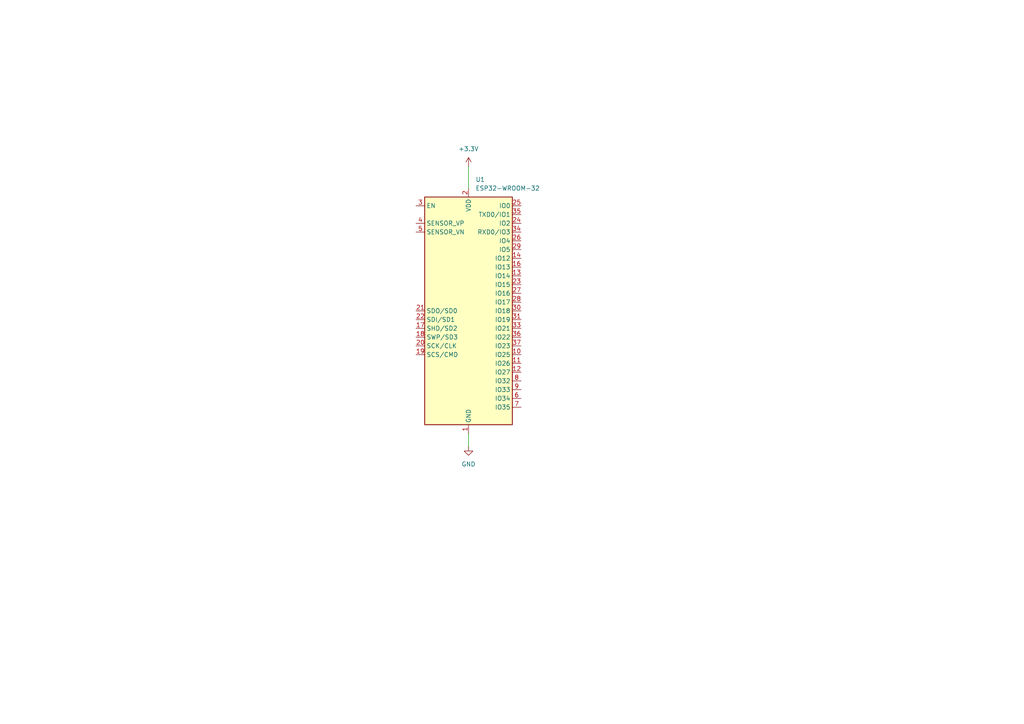
<source format=kicad_sch>
(kicad_sch (version 20211123) (generator eeschema)
  (paper "A4")
  (lib_symbols
    (symbol "RF_Module:ESP32-WROOM-32"
      (property "Reference" "U" (at -12.7 34.29 0))
      (property "Value" "ESP32-WROOM-32" (at 1.27 34.29 0))
      (symbol "ESP32-WROOM-32_0_1"
        (rectangle (start -12.7 33.02) (end 12.7 -33.02) (stroke (width 0.254)) (fill (type background)))
      )
      (symbol "ESP32-WROOM-32_1_1"
        (pin power_in line (at 0 -35.56 90) (length 2.54) (name "GND") (number "1"))
        (pin bidirectional line (at 15.24 -12.7 180) (length 2.54) (name "IO25") (number "10"))
        (pin bidirectional line (at 15.24 -15.24 180) (length 2.54) (name "IO26") (number "11"))
        (pin bidirectional line (at 15.24 -17.78 180) (length 2.54) (name "IO27") (number "12"))
        (pin bidirectional line (at 15.24 10.16 180) (length 2.54) (name "IO14") (number "13"))
        (pin bidirectional line (at 15.24 15.24 180) (length 2.54) (name "IO12") (number "14"))
        (pin passive line (at 0 -35.56 90) (length 2.54) hide (name "GND") (number "15"))
        (pin bidirectional line (at 15.24 12.7 180) (length 2.54) (name "IO13") (number "16"))
        (pin bidirectional line (at -15.24 -5.08 0) (length 2.54) (name "SHD/SD2") (number "17"))
        (pin bidirectional line (at -15.24 -7.62 0) (length 2.54) (name "SWP/SD3") (number "18"))
        (pin bidirectional line (at -15.24 -12.7 0) (length 2.54) (name "SCS/CMD") (number "19"))
        (pin power_in line (at 0 35.56 270) (length 2.54) (name "VDD") (number "2"))
        (pin bidirectional line (at -15.24 -10.16 0) (length 2.54) (name "SCK/CLK") (number "20"))
        (pin bidirectional line (at -15.24 0 0) (length 2.54) (name "SDO/SD0") (number "21"))
        (pin bidirectional line (at -15.24 -2.54 0) (length 2.54) (name "SDI/SD1") (number "22"))
        (pin bidirectional line (at 15.24 7.62 180) (length 2.54) (name "IO15") (number "23"))
        (pin bidirectional line (at 15.24 25.4 180) (length 2.54) (name "IO2") (number "24"))
        (pin bidirectional line (at 15.24 30.48 180) (length 2.54) (name "IO0") (number "25"))
        (pin bidirectional line (at 15.24 20.32 180) (length 2.54) (name "IO4") (number "26"))
        (pin bidirectional line (at 15.24 5.08 180) (length 2.54) (name "IO16") (number "27"))
        (pin bidirectional line (at 15.24 2.54 180) (length 2.54) (name "IO17") (number "28"))
        (pin bidirectional line (at 15.24 17.78 180) (length 2.54) (name "IO5") (number "29"))
        (pin input line (at -15.24 30.48 0) (length 2.54) (name "EN") (number "3"))
        (pin bidirectional line (at 15.24 0 180) (length 2.54) (name "IO18") (number "30"))
        (pin bidirectional line (at 15.24 -2.54 180) (length 2.54) (name "IO19") (number "31"))
        (pin no_connect line (at -12.7 -27.94 0) (length 2.54) hide (name "NC") (number "32"))
        (pin bidirectional line (at 15.24 -5.08 180) (length 2.54) (name "IO21") (number "33"))
        (pin bidirectional line (at 15.24 22.86 180) (length 2.54) (name "RXD0/IO3") (number "34"))
        (pin bidirectional line (at 15.24 27.94 180) (length 2.54) (name "TXD0/IO1") (number "35"))
        (pin bidirectional line (at 15.24 -7.62 180) (length 2.54) (name "IO22") (number "36"))
        (pin bidirectional line (at 15.24 -10.16 180) (length 2.54) (name "IO23") (number "37"))
        (pin passive line (at 0 -35.56 90) (length 2.54) hide (name "GND") (number "38"))
        (pin passive line (at 0 -35.56 90) (length 2.54) hide (name "GND") (number "39"))
        (pin input line (at -15.24 25.4 0) (length 2.54) (name "SENSOR_VP") (number "4"))
        (pin input line (at -15.24 22.86 0) (length 2.54) (name "SENSOR_VN") (number "5"))
        (pin input line (at 15.24 -25.4 180) (length 2.54) (name "IO34") (number "6"))
        (pin input line (at 15.24 -27.94 180) (length 2.54) (name "IO35") (number "7"))
        (pin bidirectional line (at 15.24 -20.32 180) (length 2.54) (name "IO32") (number "8"))
        (pin bidirectional line (at 15.24 -22.86 180) (length 2.54) (name "IO33") (number "9"))
      )
    )
    (symbol "power:+3.3V" (power) (pin_names (offset 0))
      (property "Value" "+3.3V" (at 0 3.556 0))
      (symbol "+3.3V_0_1"
        (polyline (pts (xy -0.762 1.27) (xy 0 2.54)))
        (polyline (pts (xy 0 0) (xy 0 2.54)))
        (polyline (pts (xy 0 2.54) (xy 0.762 1.27)))
      )
      (symbol "+3.3V_1_1"
        (pin power_in line (at 0 0 90) (length 0) hide (name "+3.3V") (number "1"))
      )
    )
    (symbol "power:GND" (power) (pin_names (offset 0))
      (property "Value" "GND" (at 0 -3.81 0))
      (symbol "GND_0_1"
        (polyline (pts (xy 0 0) (xy 0 -1.27) (xy 1.27 -1.27) (xy 0 -2.54) (xy -1.27 -1.27) (xy 0 -1.27)))
      )
      (symbol "GND_1_1"
        (pin power_in line (at 0 0 270) (length 0) hide (name "GND") (number "1"))
      )
    )
  )
  (wire (pts (xy 135.89 48.26) (xy 135.89 54.61)))
  (wire (pts (xy 135.89 125.73) (xy 135.89 129.54)))
  (symbol (lib_id "RF_Module:ESP32-WROOM-32") (at 135.89 90.17 0) (unit 1)
    (property "Reference" "U1" (at 137.9094 52.07 0) (effects (justify left)))
    (property "Value" "ESP32-WROOM-32" (at 137.9094 54.61 0) (effects (justify left)))
    (property "Footprint" "RF_Module:ESP32-WROOM-32" (effects hide))
    (property "Datasheet" "https://www.espressif.com/sites/default/files/documentation/esp32-wroom-32_datasheet_en.pdf" (effects hide))
  )
  (symbol (lib_id "power:+3.3V") (at 135.89 48.26 0) (unit 1)
    (property "Reference" "#PWR?" (effects hide))
    (property "Value" "+3.3V" (at 135.89 43.18 0))
  )
  (symbol (lib_id "power:GND") (at 135.89 129.54 0) (unit 1)
    (property "Reference" "#PWR?" (effects hide))
    (property "Value" "GND" (at 135.89 134.62 0))
  )
)
</source>
